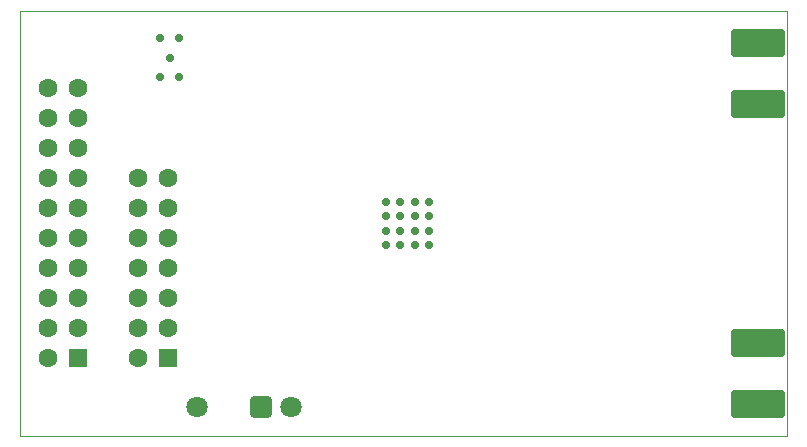
<source format=gbs>
%FSAX43Y43*%
%MOMM*%
G71*
G01*
G75*
G04 Layer_Color=16711935*
%ADD10C,0.300*%
%ADD11R,0.650X0.650*%
%ADD12R,0.650X0.650*%
G04:AMPARAMS|DCode=13|XSize=4.6mm|YSize=4.6mm|CornerRadius=0.115mm|HoleSize=0mm|Usage=FLASHONLY|Rotation=270.000|XOffset=0mm|YOffset=0mm|HoleType=Round|Shape=RoundedRectangle|*
%AMROUNDEDRECTD13*
21,1,4.600,4.370,0,0,270.0*
21,1,4.370,4.600,0,0,270.0*
1,1,0.230,-2.185,-2.185*
1,1,0.230,-2.185,2.185*
1,1,0.230,2.185,2.185*
1,1,0.230,2.185,-2.185*
%
%ADD13ROUNDEDRECTD13*%
%ADD14O,0.300X0.800*%
%ADD15O,0.800X0.300*%
G04:AMPARAMS|DCode=16|XSize=1.7mm|YSize=0.65mm|CornerRadius=0.016mm|HoleSize=0mm|Usage=FLASHONLY|Rotation=180.000|XOffset=0mm|YOffset=0mm|HoleType=Round|Shape=RoundedRectangle|*
%AMROUNDEDRECTD16*
21,1,1.700,0.618,0,0,180.0*
21,1,1.667,0.650,0,0,180.0*
1,1,0.033,-0.834,0.309*
1,1,0.033,0.834,0.309*
1,1,0.033,0.834,-0.309*
1,1,0.033,-0.834,-0.309*
%
%ADD16ROUNDEDRECTD16*%
G04:AMPARAMS|DCode=17|XSize=1.5mm|YSize=0.65mm|CornerRadius=0.016mm|HoleSize=0mm|Usage=FLASHONLY|Rotation=180.000|XOffset=0mm|YOffset=0mm|HoleType=Round|Shape=RoundedRectangle|*
%AMROUNDEDRECTD17*
21,1,1.500,0.618,0,0,180.0*
21,1,1.468,0.650,0,0,180.0*
1,1,0.033,-0.734,0.309*
1,1,0.033,0.734,0.309*
1,1,0.033,0.734,-0.309*
1,1,0.033,-0.734,-0.309*
%
%ADD17ROUNDEDRECTD17*%
G04:AMPARAMS|DCode=18|XSize=1.1mm|YSize=0.65mm|CornerRadius=0.016mm|HoleSize=0mm|Usage=FLASHONLY|Rotation=180.000|XOffset=0mm|YOffset=0mm|HoleType=Round|Shape=RoundedRectangle|*
%AMROUNDEDRECTD18*
21,1,1.100,0.618,0,0,180.0*
21,1,1.067,0.650,0,0,180.0*
1,1,0.033,-0.534,0.309*
1,1,0.033,0.534,0.309*
1,1,0.033,0.534,-0.309*
1,1,0.033,-0.534,-0.309*
%
%ADD18ROUNDEDRECTD18*%
G04:AMPARAMS|DCode=19|XSize=4mm|YSize=2.5mm|CornerRadius=0.063mm|HoleSize=0mm|Usage=FLASHONLY|Rotation=270.000|XOffset=0mm|YOffset=0mm|HoleType=Round|Shape=RoundedRectangle|*
%AMROUNDEDRECTD19*
21,1,4.000,2.375,0,0,270.0*
21,1,3.875,2.500,0,0,270.0*
1,1,0.125,-1.188,-1.938*
1,1,0.125,-1.188,1.938*
1,1,0.125,1.188,1.938*
1,1,0.125,1.188,-1.938*
%
%ADD19ROUNDEDRECTD19*%
G04:AMPARAMS|DCode=20|XSize=0.45mm|YSize=1.1mm|CornerRadius=0.023mm|HoleSize=0mm|Usage=FLASHONLY|Rotation=270.000|XOffset=0mm|YOffset=0mm|HoleType=Round|Shape=RoundedRectangle|*
%AMROUNDEDRECTD20*
21,1,0.450,1.055,0,0,270.0*
21,1,0.405,1.100,0,0,270.0*
1,1,0.045,-0.527,-0.203*
1,1,0.045,-0.527,0.203*
1,1,0.045,0.527,0.203*
1,1,0.045,0.527,-0.203*
%
%ADD20ROUNDEDRECTD20*%
%ADD21R,1.300X1.300*%
%ADD22R,1.300X1.300*%
%ADD23R,0.900X0.900*%
%ADD24R,0.500X0.250*%
G04:AMPARAMS|DCode=25|XSize=1.4mm|YSize=0.8mm|CornerRadius=0.02mm|HoleSize=0mm|Usage=FLASHONLY|Rotation=270.000|XOffset=0mm|YOffset=0mm|HoleType=Round|Shape=RoundedRectangle|*
%AMROUNDEDRECTD25*
21,1,1.400,0.760,0,0,270.0*
21,1,1.360,0.800,0,0,270.0*
1,1,0.040,-0.380,-0.680*
1,1,0.040,-0.380,0.680*
1,1,0.040,0.380,0.680*
1,1,0.040,0.380,-0.680*
%
%ADD25ROUNDEDRECTD25*%
G04:AMPARAMS|DCode=26|XSize=1.4mm|YSize=0.8mm|CornerRadius=0.02mm|HoleSize=0mm|Usage=FLASHONLY|Rotation=180.000|XOffset=0mm|YOffset=0mm|HoleType=Round|Shape=RoundedRectangle|*
%AMROUNDEDRECTD26*
21,1,1.400,0.760,0,0,180.0*
21,1,1.360,0.800,0,0,180.0*
1,1,0.040,-0.680,0.380*
1,1,0.040,0.680,0.380*
1,1,0.040,0.680,-0.380*
1,1,0.040,-0.680,-0.380*
%
%ADD26ROUNDEDRECTD26*%
%ADD27C,1.270*%
G04:AMPARAMS|DCode=28|XSize=0.9mm|YSize=4mm|CornerRadius=0.045mm|HoleSize=0mm|Usage=FLASHONLY|Rotation=90.000|XOffset=0mm|YOffset=0mm|HoleType=Round|Shape=RoundedRectangle|*
%AMROUNDEDRECTD28*
21,1,0.900,3.910,0,0,90.0*
21,1,0.810,4.000,0,0,90.0*
1,1,0.090,1.955,0.405*
1,1,0.090,1.955,-0.405*
1,1,0.090,-1.955,-0.405*
1,1,0.090,-1.955,0.405*
%
%ADD28ROUNDEDRECTD28*%
%ADD29R,0.500X0.500*%
%ADD30R,0.850X0.400*%
%ADD31R,1.050X0.700*%
%ADD32C,0.400*%
%ADD33C,0.500*%
%ADD34C,1.000*%
%ADD35C,0.200*%
%ADD36C,0.650*%
%ADD37C,0.600*%
%ADD38C,0.800*%
%ADD39C,0.250*%
%ADD40C,0.050*%
%ADD41C,1.500*%
G04:AMPARAMS|DCode=42|XSize=1.5mm|YSize=1.5mm|CornerRadius=0.075mm|HoleSize=0mm|Usage=FLASHONLY|Rotation=90.000|XOffset=0mm|YOffset=0mm|HoleType=Round|Shape=RoundedRectangle|*
%AMROUNDEDRECTD42*
21,1,1.500,1.350,0,0,90.0*
21,1,1.350,1.500,0,0,90.0*
1,1,0.150,0.675,0.675*
1,1,0.150,0.675,-0.675*
1,1,0.150,-0.675,-0.675*
1,1,0.150,-0.675,0.675*
%
%ADD42ROUNDEDRECTD42*%
%ADD43C,1.700*%
G04:AMPARAMS|DCode=44|XSize=1.7mm|YSize=1.7mm|CornerRadius=0.17mm|HoleSize=0mm|Usage=FLASHONLY|Rotation=0.000|XOffset=0mm|YOffset=0mm|HoleType=Round|Shape=RoundedRectangle|*
%AMROUNDEDRECTD44*
21,1,1.700,1.360,0,0,0.0*
21,1,1.360,1.700,0,0,0.0*
1,1,0.340,0.680,-0.680*
1,1,0.340,-0.680,-0.680*
1,1,0.340,-0.680,0.680*
1,1,0.340,0.680,0.680*
%
%ADD44ROUNDEDRECTD44*%
G04:AMPARAMS|DCode=45|XSize=2.2mm|YSize=4.4mm|CornerRadius=0.11mm|HoleSize=0mm|Usage=FLASHONLY|Rotation=90.000|XOffset=0mm|YOffset=0mm|HoleType=Round|Shape=RoundedRectangle|*
%AMROUNDEDRECTD45*
21,1,2.200,4.180,0,0,90.0*
21,1,1.980,4.400,0,0,90.0*
1,1,0.220,2.090,0.990*
1,1,0.220,2.090,-0.990*
1,1,0.220,-2.090,-0.990*
1,1,0.220,-2.090,0.990*
%
%ADD45ROUNDEDRECTD45*%
%ADD46C,0.800*%
%ADD47C,0.600*%
%ADD48C,0.580*%
%ADD49C,0.150*%
%ADD50C,0.100*%
%ADD51C,0.010*%
%ADD52C,0.025*%
%ADD53R,1.600X2.800*%
%ADD54R,0.750X0.750*%
%ADD55R,0.750X0.750*%
G04:AMPARAMS|DCode=56|XSize=4.7mm|YSize=4.7mm|CornerRadius=0.165mm|HoleSize=0mm|Usage=FLASHONLY|Rotation=270.000|XOffset=0mm|YOffset=0mm|HoleType=Round|Shape=RoundedRectangle|*
%AMROUNDEDRECTD56*
21,1,4.700,4.370,0,0,270.0*
21,1,4.370,4.700,0,0,270.0*
1,1,0.330,-2.185,-2.185*
1,1,0.330,-2.185,2.185*
1,1,0.330,2.185,2.185*
1,1,0.330,2.185,-2.185*
%
%ADD56ROUNDEDRECTD56*%
%ADD57O,0.400X0.900*%
%ADD58O,0.900X0.400*%
G04:AMPARAMS|DCode=59|XSize=1.8mm|YSize=0.75mm|CornerRadius=0.066mm|HoleSize=0mm|Usage=FLASHONLY|Rotation=180.000|XOffset=0mm|YOffset=0mm|HoleType=Round|Shape=RoundedRectangle|*
%AMROUNDEDRECTD59*
21,1,1.800,0.618,0,0,180.0*
21,1,1.667,0.750,0,0,180.0*
1,1,0.133,-0.834,0.309*
1,1,0.133,0.834,0.309*
1,1,0.133,0.834,-0.309*
1,1,0.133,-0.834,-0.309*
%
%ADD59ROUNDEDRECTD59*%
G04:AMPARAMS|DCode=60|XSize=1.6mm|YSize=0.75mm|CornerRadius=0.066mm|HoleSize=0mm|Usage=FLASHONLY|Rotation=180.000|XOffset=0mm|YOffset=0mm|HoleType=Round|Shape=RoundedRectangle|*
%AMROUNDEDRECTD60*
21,1,1.600,0.618,0,0,180.0*
21,1,1.468,0.750,0,0,180.0*
1,1,0.133,-0.734,0.309*
1,1,0.133,0.734,0.309*
1,1,0.133,0.734,-0.309*
1,1,0.133,-0.734,-0.309*
%
%ADD60ROUNDEDRECTD60*%
G04:AMPARAMS|DCode=61|XSize=1.2mm|YSize=0.75mm|CornerRadius=0.066mm|HoleSize=0mm|Usage=FLASHONLY|Rotation=180.000|XOffset=0mm|YOffset=0mm|HoleType=Round|Shape=RoundedRectangle|*
%AMROUNDEDRECTD61*
21,1,1.200,0.618,0,0,180.0*
21,1,1.067,0.750,0,0,180.0*
1,1,0.133,-0.534,0.309*
1,1,0.133,0.534,0.309*
1,1,0.133,0.534,-0.309*
1,1,0.133,-0.534,-0.309*
%
%ADD61ROUNDEDRECTD61*%
G04:AMPARAMS|DCode=62|XSize=4.1mm|YSize=2.6mm|CornerRadius=0.113mm|HoleSize=0mm|Usage=FLASHONLY|Rotation=270.000|XOffset=0mm|YOffset=0mm|HoleType=Round|Shape=RoundedRectangle|*
%AMROUNDEDRECTD62*
21,1,4.100,2.375,0,0,270.0*
21,1,3.875,2.600,0,0,270.0*
1,1,0.225,-1.188,-1.938*
1,1,0.225,-1.188,1.938*
1,1,0.225,1.188,1.938*
1,1,0.225,1.188,-1.938*
%
%ADD62ROUNDEDRECTD62*%
G04:AMPARAMS|DCode=63|XSize=0.55mm|YSize=1.2mm|CornerRadius=0.073mm|HoleSize=0mm|Usage=FLASHONLY|Rotation=270.000|XOffset=0mm|YOffset=0mm|HoleType=Round|Shape=RoundedRectangle|*
%AMROUNDEDRECTD63*
21,1,0.550,1.055,0,0,270.0*
21,1,0.405,1.200,0,0,270.0*
1,1,0.145,-0.527,-0.203*
1,1,0.145,-0.527,0.203*
1,1,0.145,0.527,0.203*
1,1,0.145,0.527,-0.203*
%
%ADD63ROUNDEDRECTD63*%
%ADD64R,1.400X1.400*%
%ADD65R,1.400X1.400*%
%ADD66R,1.000X1.000*%
%ADD67R,0.600X0.350*%
G04:AMPARAMS|DCode=68|XSize=1.5mm|YSize=0.9mm|CornerRadius=0.07mm|HoleSize=0mm|Usage=FLASHONLY|Rotation=270.000|XOffset=0mm|YOffset=0mm|HoleType=Round|Shape=RoundedRectangle|*
%AMROUNDEDRECTD68*
21,1,1.500,0.760,0,0,270.0*
21,1,1.360,0.900,0,0,270.0*
1,1,0.140,-0.380,-0.680*
1,1,0.140,-0.380,0.680*
1,1,0.140,0.380,0.680*
1,1,0.140,0.380,-0.680*
%
%ADD68ROUNDEDRECTD68*%
G04:AMPARAMS|DCode=69|XSize=1.5mm|YSize=0.9mm|CornerRadius=0.07mm|HoleSize=0mm|Usage=FLASHONLY|Rotation=180.000|XOffset=0mm|YOffset=0mm|HoleType=Round|Shape=RoundedRectangle|*
%AMROUNDEDRECTD69*
21,1,1.500,0.760,0,0,180.0*
21,1,1.360,0.900,0,0,180.0*
1,1,0.140,-0.680,0.380*
1,1,0.140,0.680,0.380*
1,1,0.140,0.680,-0.380*
1,1,0.140,-0.680,-0.380*
%
%ADD69ROUNDEDRECTD69*%
%ADD70C,1.370*%
G04:AMPARAMS|DCode=71|XSize=1mm|YSize=4.1mm|CornerRadius=0.095mm|HoleSize=0mm|Usage=FLASHONLY|Rotation=90.000|XOffset=0mm|YOffset=0mm|HoleType=Round|Shape=RoundedRectangle|*
%AMROUNDEDRECTD71*
21,1,1.000,3.910,0,0,90.0*
21,1,0.810,4.100,0,0,90.0*
1,1,0.190,1.955,0.405*
1,1,0.190,1.955,-0.405*
1,1,0.190,-1.955,-0.405*
1,1,0.190,-1.955,0.405*
%
%ADD71ROUNDEDRECTD71*%
%ADD72R,0.600X0.600*%
%ADD73R,0.950X0.500*%
%ADD74R,1.150X0.800*%
%ADD75C,1.600*%
G04:AMPARAMS|DCode=76|XSize=1.6mm|YSize=1.6mm|CornerRadius=0.125mm|HoleSize=0mm|Usage=FLASHONLY|Rotation=90.000|XOffset=0mm|YOffset=0mm|HoleType=Round|Shape=RoundedRectangle|*
%AMROUNDEDRECTD76*
21,1,1.600,1.350,0,0,90.0*
21,1,1.350,1.600,0,0,90.0*
1,1,0.250,0.675,0.675*
1,1,0.250,0.675,-0.675*
1,1,0.250,-0.675,-0.675*
1,1,0.250,-0.675,0.675*
%
%ADD76ROUNDEDRECTD76*%
%ADD77C,1.800*%
G04:AMPARAMS|DCode=78|XSize=1.8mm|YSize=1.8mm|CornerRadius=0.22mm|HoleSize=0mm|Usage=FLASHONLY|Rotation=0.000|XOffset=0mm|YOffset=0mm|HoleType=Round|Shape=RoundedRectangle|*
%AMROUNDEDRECTD78*
21,1,1.800,1.360,0,0,0.0*
21,1,1.360,1.800,0,0,0.0*
1,1,0.440,0.680,-0.680*
1,1,0.440,-0.680,-0.680*
1,1,0.440,-0.680,0.680*
1,1,0.440,0.680,0.680*
%
%ADD78ROUNDEDRECTD78*%
G04:AMPARAMS|DCode=79|XSize=2.3mm|YSize=4.5mm|CornerRadius=0.16mm|HoleSize=0mm|Usage=FLASHONLY|Rotation=90.000|XOffset=0mm|YOffset=0mm|HoleType=Round|Shape=RoundedRectangle|*
%AMROUNDEDRECTD79*
21,1,2.300,4.180,0,0,90.0*
21,1,1.980,4.500,0,0,90.0*
1,1,0.320,2.090,0.990*
1,1,0.320,2.090,-0.990*
1,1,0.320,-2.090,-0.990*
1,1,0.320,-2.090,0.990*
%
%ADD79ROUNDEDRECTD79*%
%ADD80C,0.700*%
D40*
X0000000Y0000000D02*
Y0036000D01*
X0065000D01*
Y0000000D02*
Y0036000D01*
X0000000Y0000000D02*
X0065000D01*
D75*
X0010030Y0021840D02*
D03*
X0012570D02*
D03*
X0010030Y0019300D02*
D03*
X0012570D02*
D03*
X0010030Y0016760D02*
D03*
X0012570D02*
D03*
X0010030Y0014220D02*
D03*
X0012570D02*
D03*
X0010030Y0011680D02*
D03*
X0012570D02*
D03*
X0010030Y0009140D02*
D03*
X0012570D02*
D03*
X0010030Y0006600D02*
D03*
X0002410D02*
D03*
X0004950Y0009140D02*
D03*
X0002410D02*
D03*
X0004950Y0011680D02*
D03*
X0002410D02*
D03*
X0004950Y0014220D02*
D03*
X0002410D02*
D03*
X0004950Y0016760D02*
D03*
X0002410D02*
D03*
X0004950Y0019300D02*
D03*
X0002410D02*
D03*
X0004950Y0021840D02*
D03*
X0002410D02*
D03*
X0004950Y0024380D02*
D03*
X0002410D02*
D03*
X0004950Y0026920D02*
D03*
X0002410D02*
D03*
X0004950Y0029460D02*
D03*
X0002410D02*
D03*
D76*
X0012570Y0006600D02*
D03*
X0004950D02*
D03*
D77*
X0015000Y0002500D02*
D03*
X0022990Y0002500D02*
D03*
D78*
X0020450D02*
D03*
D79*
X0062500Y0028100D02*
D03*
Y0033300D02*
D03*
Y0007900D02*
D03*
Y0002700D02*
D03*
D80*
X0031050Y0017400D02*
D03*
X0032250Y0016200D02*
D03*
X0034650Y0019800D02*
D03*
X0032250D02*
D03*
X0033450D02*
D03*
X0032250Y0017400D02*
D03*
X0031050Y0016200D02*
D03*
Y0018600D02*
D03*
Y0019800D02*
D03*
X0034650Y0018600D02*
D03*
X0033450D02*
D03*
X0032250D02*
D03*
X0033450Y0017400D02*
D03*
X0034650D02*
D03*
Y0016200D02*
D03*
X0033450D02*
D03*
X0013500Y0030400D02*
D03*
X0011900D02*
D03*
X0012700Y0032050D02*
D03*
X0011900Y0033700D02*
D03*
X0013500D02*
D03*
M02*

</source>
